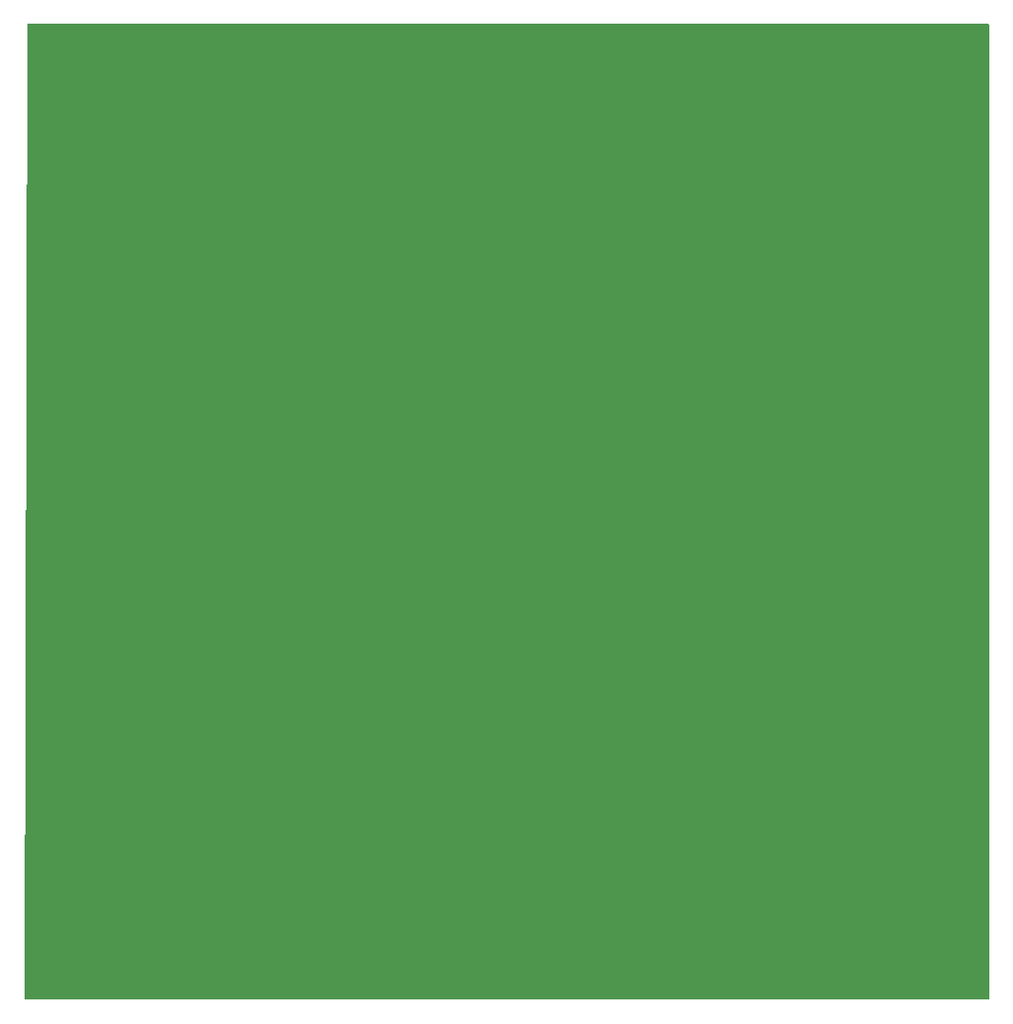
<source format=gbl>
%FSTAX23Y23*%
%MOIN*%
%SFA1B1*%

%IPPOS*%
%ADD12C,0.010000*%
%ADD68C,0.008000*%
%ADD72R,0.070900X0.070900*%
%ADD73C,0.070900*%
%ADD74R,0.070900X0.070900*%
%ADD75C,0.026000*%
G36*
X05314Y04749D02*
Y01317D01*
X01917*
X01912Y01322*
X01922Y04753*
X05309*
X05314Y04749*
G37*
M02*
</source>
